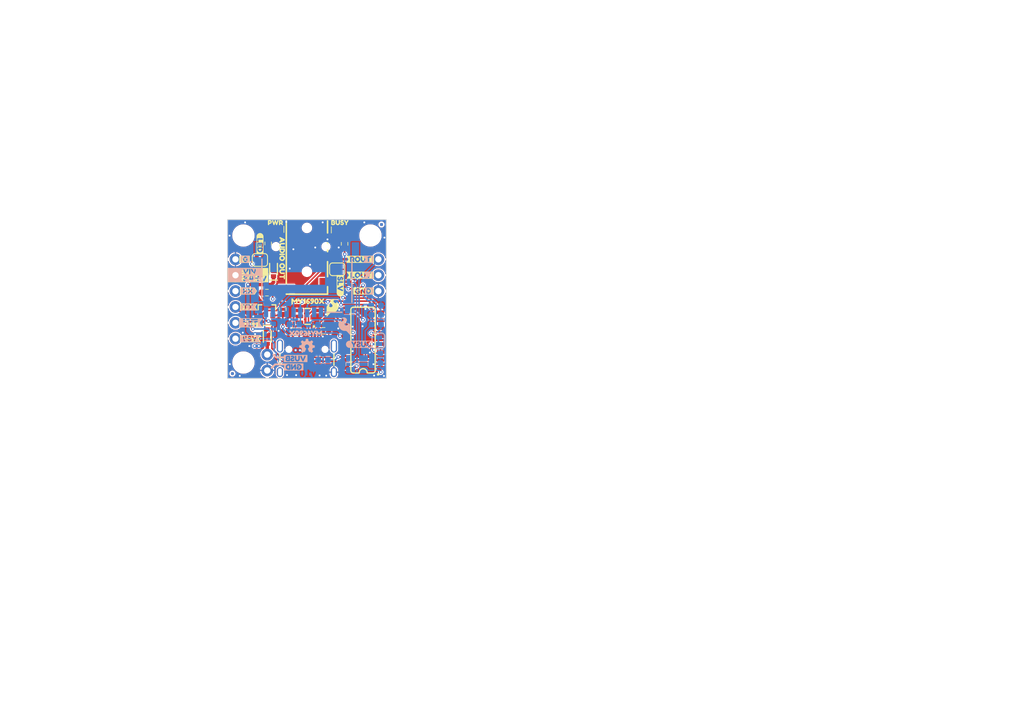
<source format=kicad_pcb>
(kicad_pcb (version 20240108) (generator "pcbnew") (generator_version "8.0")
  (title_block (title "SparkFun Audio Player Breakout MY1609X-16S") (date "2025-02-18") (rev "v10") (comment 1 "Based on the MP3 Trigger Shield R3 by N. Seidle") (comment 2 "Designed by: P. Lewis"))
  (layers (0 "F.Cu" signal) (1 "In1.Cu" mixed) (2 "In2.Cu" power) (31 "B.Cu" signal) (34 "B.Paste" user) (35 "F.Paste" user) (36 "B.SilkS" user "B.Silkscreen") (37 "F.SilkS" user "F.Silkscreen") (38 "B.Mask" user) (39 "F.Mask" user) (44 "Edge.Cuts" user))
  (net 0 "")
  (net 1 "GND")
  (net 2 "3.3V_P")
  (net 3 "MY_RX")
  (net 4 "BUSY")
  (net 5 "MY_TX")
  (net 6 "~{SD_DET}")
  (net 7 "Net-(JP3-B)")
  (net 8 "VIN")
  (net 9 "Net-(D6-I{slash}O2)")
  (net 10 "Net-(D6-I{slash}O1)")
  (net 11 "Net-(U2-VPN)")
  (net 12 "Net-(U2-VCOM)")
  (net 13 "Net-(D4-A)")
  (net 14 "DAC_L")
  (net 15 "DAC_R")
  (net 17 "Net-(J4-CC1)")
  (net 21 "Net-(J4-CC2)")
  (net 23 "SD_CMD")
  (net 24 "SD_CLK")
  (net 25 "SD_DAT")
  (net 29 "Net-(JP2-A)")
  (net 30 "MY_RX_LV")
  (net 31 "Net-(D1-A)")
  (net 32 "Net-(JP1-A)")
  (net 33 "Net-(D2-K)")
  (net 34 "VUSB")
  (net 35 "VCC")
  (net 36 "Net-(U2-DACR)")
  (net 37 "Net-(U2-DACL)")
  (footprint "SparkFun-Aesthetic:Fiducial_0.5mm_Mask1mm" (layer "F.Cu") (at 135.398 116.073 90)
    (property "Reference" "FID3")
    (property "Value" "Fiducial_0.5mm")
  )
  (footprint "kibuzzard-67B391D1" (layer "F.Cu") (at 138.011 105.41)
    (property "Reference" "kibuzzard-67B391D1" (hide yes))
    (property "Value" "G***" (hide yes))
  )
  (footprint "kibuzzard-6792CF7B" (layer "F.Cu") (at 139.813 95.266 -90)
    (property "Reference" "kibuzzard-6792CF7B" (hide yes))
    (property "Value" "G***" (hide yes))
  )
  (footprint "SparkFun-Hardware:Standoff" (layer "F.Cu") (at 137.16 93.98)
    (property "Reference" "ST2")
    (property "Value" "Standoff")
  )
  (footprint "SparkFun-Hardware:Standoff" (layer "F.Cu") (at 157.48 93.98)
    (property "Reference" "ST1")
    (property "Value" "Standoff")
  )
  (footprint "SparkFun-Semiconductor-Standard:SOT23-6" (layer "F.Cu") (at 147.424 106.921 180)
    (property "Reference" "D6")
    (property "Value" "DT1042-04SO")
  )
  (footprint "kibuzzard-67B39267" (layer "F.Cu") (at 156.381 102.87)
    (property "Reference" "kibuzzard-67B39267" (hide yes))
    (property "Value" "G***" (hide yes))
  )
  (footprint "kibuzzard-67B39251" (layer "F.Cu") (at 155.845 100.33)
    (property "Reference" "kibuzzard-67B39251" (hide yes))
    (property "Value" "G***" (hide yes))
  )
  (footprint "SparkFun-Connector:1x06" (layer "F.Cu") (at 135.89 97.79 -90)
    (property "Reference" "J5")
    (property "Value" "Conn_01x06")
  )
  (footprint "kibuzzard-67B388A6" (layer "F.Cu") (at 137.334 97.79)
    (property "Reference" "kibuzzard-67B388A6" (hide yes))
    (property "Value" "G***" (hide yes))
  )
  (footprint "SparkFun-Jumper:Jumper_2_NC_Trace" (layer "F.Cu") (at 152.1683 99.388 180)
    (property "Reference" "JP3")
    (property "Value" "SLV")
  )
  (footprint "SparkFun-Resistor:R_0603_1608Metric" (layer "F.Cu") (at 143.468 105.772 90)
    (property "Reference" "R1")
    (property "Value" "2.2k")
  )
  (footprint "SparkFun-Semiconductor-Standard:SO-16" (layer "F.Cu") (at 156.295 110.715 180)
    (property "Reference" "U2")
    (property "Value" "MY1690X-16S")
  )
  (footprint "kibuzzard-679417DC" (layer "F.Cu") (at 143.355 97.597 -90)
    (property "Reference" "kibuzzard-679417DC" (hide yes))
    (property "Value" "G***" (hide yes))
  )
  (footprint "kibuzzard-67B391E8" (layer "F.Cu") (at 138.35 107.95)
    (property "Reference" "kibuzzard-67B391E8" (hide yes))
    (property "Value" "G***" (hide yes))
  )
  (footprint "kibuzzard-6792C5D2" (layer "F.Cu") (at 152.595 91.916)
    (property "Reference" "kibuzzard-6792C5D2" (hide yes))
    (property "Value" "G***" (hide yes))
  )
  (footprint "SparkFun-Connector:1x02" (layer "F.Cu") (at 140.97 113.03 -90)
    (property "Reference" "J3")
    (property "Value" "Conn_01x02")
  )
  (footprint "SparkFun-Aesthetic:Fiducial_0.5mm_Mask1mm" (layer "F.Cu") (at 159.247 92.223 90)
    (property "Reference" "FID4")
    (property "Value" "Fiducial_0.5mm")
  )
  (footprint "SparkFun-Connector:Audio_Jack_3.5mm_TRRS_SMD_RA" (layer "F.Cu") (at 147.32 96.266 -90)
    (property "Reference" "J1")
    (property "Value" "3.5mm TRRS")
  )
  (footprint "kibuzzard-6792C7DD" (layer "F.Cu") (at 147.466 104.489)
    (property "Reference" "kibuzzard-6792C7DD" (hide yes))
    (property "Value" "G***" (hide yes))
  )
  (footprint "SparkFun-Hardware:Standoff" (layer "F.Cu") (at 137.16 114.3)
    (property "Reference" "ST3")
    (property "Value" "Standoff")
  )
  (footprint "kibuzzard-67B38923" (layer "F.Cu") (at 137.966 102.87)
    (property "Reference" "kibuzzard-67B38923" (hide yes))
    (property "Value" "G***" (hide yes))
  )
  (footprint "SparkFun-Semiconductor-Standard:SOD-323" (layer "F.Cu") (at 140.971 110.141 -90)
    (property "Reference" "D3")
    (property "Value" "BAT60A")
  )
  (footprint "kibuzzard-6792C5B0" (layer "F.Cu") (at 142.28 91.923)
    (property "Reference" "kibuzzard-6792C5B0" (hide yes))
    (property "Value" "G***" (hide yes))
  )
  (footprint "SparkFun-Resistor:R_0603_1608Metric" (layer "F.Cu") (at 153.343 95.309 -90)
    (property "Reference" "R5")
    (property "Value" "1k")
  )
  (footprint "SparkFun-Resistor:R_0603_1608Metric" (layer "F.Cu") (at 149.981 109.228)
    (property "Reference" "R2")
    (property "Value" "5.1k")
  )
  (footprint "SparkFun-Connector:1x03" (layer "F.Cu") (at 158.75 97.79 -90)
    (property "Reference" "J2")
    (property "Value" "Conn_01x03")
  )
  (footprint "SparkFun-Resistor:R_0603_1608Metric" (layer "F.Cu") (at 141.113 95.251 -90)
    (property "Reference" "R9")
    (property "Value" "4.7k")
  )
  (footprint "kibuzzard-67B39233" (layer "F.Cu") (at 155.81 97.79)
    (property "Reference" "kibuzzard-67B39233" (hide yes))
    (property "Value" "G***" (hide yes))
  )
  (footprint "SparkFun-Semiconductor-Standard:SOT23-3" (layer "F.Cu") (at 140.919 105.771 90)
    (property "Reference" "Q1")
    (property "Value" "BSS138")
  )
  (footprint "SparkFun-LED:LED_0603_1608Metric_Green" (layer "F.Cu") (at 152.62 93.082)
    (property "Reference" "D1")
    (property "Value" "Green")
  )
  (footprint "kibuzzard-6792CF8E" (layer "F.Cu") (at 152.652 102.014 -90)
    (property "Reference" "kibuzzard-6792CF8E" (hide yes))
    (property "Value" "G***" (hide yes))
  )
  (footprint "kibuzzard-67AD02A2" (layer "F.Cu") (at 138.98 100.884)
    (property "Reference" "kibuzzard-67AD02A2" (hide yes))
    (property "Value" "G***" (hide yes))
  )
  (footprint "SparkFun-Resistor:R_0603_1608Metric" (layer "F.Cu") (at 140.919 103.115)
    (property "Reference" "R4")
    (property "Value" "2.2k")
  )
  (footprint "SparkFun-Semiconductor-Standard:SOD-323" (layer "F.Cu") (at 141.976 99.345 90)
    (property "Reference" "D2")
    (property "Value" "BAT60A")
  )
  (footprint "kibuzzard-67AD02AA" (layer "F.Cu") (at 138.269 99.744)
    (property "Reference" "kibuzzard-67AD02AA" (hide yes))
    (property "Value" "G***" (hide yes))
  )
  (footprint "kibuzzard-67B3920A" (layer "F.Cu") (at 138.294 110.49)
    (property "Reference" "kibuzzard-67B3920A" (hide yes))
    (property "Value" "G***" (hide yes))
  )
  (footprint "SparkFun-Aesthetic:SparkFun_Flame_3mm" (layer "F.Cu") (at 151.432 105.59)
    (property "Reference" "G***" (hide yes))
    (property "Value" "Flame" (hide yes))
  )
  (footprint "SparkFun-LED:LED_0603_1608Metric_Red" (layer "F.Cu") (at 142.235 92.998 180)
    (property "Reference" "D4")
    (property "Value" "Red")
  )
  (footprint "SparkFun-Aesthetic:Creative_Commons_License" (layer "F.Cu") (at 216.066 167.97)
    (property "Reference" "G1" (hide yes))
    (property "Value" "OSHW_Logo" (hide yes))
  )
  (footprint "SparkFun-Resistor:R_0603_1608Metric" (layer "F.Cu") (at 145.194 109.28)
    (property "Reference" "R3")
    (property "Value" "5.1k")
  )
  (footprint "SparkFun-Connector:USB-C_16" (layer "F.Cu") (at 147.32 110.744)
    (property "Reference" "J4")
    (property "Value" "USB_C_Receptacle")
  )
  (footprint "SparkFun-Jumper:Jumper_2_NC_Trace" (layer "F.Cu") (at 139.795 97.896 180)
    (property "Reference" "JP2")
    (property "Value" "PWR")
  )
  (footprint "SparkFun-Capacitor:C_0603_1608Metric" (layer "B.Cu") (at 140.426 110.526 90)
    (property "Reference" "L1")
    (property "Value" "470Ohm")
  )
  (footprint "kibuzzard-6792CB58" (layer "B.Cu") (at 157.12 97.796 180)
    (property "Reference" "kibuzzard-6792CB58" (hide yes))
    (property "Value" "G***" (hide yes))
  )
  (footprint "kibuzzard-67AD03CF" (layer "B.Cu") (at 138.306 100.841 180)
    (property "Reference" "kibuzzard-67AD03CF" (hide yes))
    (property "Value" "G***" (hide yes))
  )
  (footprint "SparkFun-Capacitor:C_0603_1608Metric" (layer "B.Cu") (at 159.157 107.456 90)
    (property "Reference" "C8")
    (property "Value" "1.0uF")
  )
  (footprint "kibuzzard-67B394D8" (layer "B.Cu") (at 138.355 107.95 180)
    (property "Reference" "kibuzzard-67B394D8" (hide yes))
    (property "Value" "G***" (hide yes))
  )
  (footprint "SparkFun-Jumper:Jumper_2_NC_Trace" (layer "B.Cu") (at 158.746 110.812 -90)
    (property "Reference" "JP1")
    (property "Value" "BUSY")
  )
  (footprint "kibuzzard-6792CAD9" (layer "B.Cu") (at 145.202 115.011 180)
    (property "Reference" "kibuzzard-6792CAD9" (hide yes))
    (property "Value" "G***" (hide yes))
  )
  (footprint "SparkFun-Capacitor:C_0603_1608Metric" (layer "B.Cu") (at 158.383 105.193)
    (property "Reference" "C7")
    (property "Value" "2.2uF")
  )
  (footprint "kibuzzard-6792CB45" (layer "B.Cu") (at 157.175 100.347 180)
    (property "Reference" "kibuzzard-6792CB45" (hide yes))
    (property "Value" "G***" (hide yes))
  )
  (footprint "SparkFun-Capacitor:C_0805_2012Metric" (layer "B.Cu") (at 156.362 114.586 90)
    (property "Reference" "C4")
    (property "Value" "47uF")
  )
  (footprint "SparkFun-Aesthetic:Fiducial_0.5mm_Mask1mm" (layer "B.Cu") (at 135.398 116.073 -90)
    (property "Reference" "FID2")
    (property "Value" "Fiducial_0.5mm")
  )
  (footprint "SparkFun-Aesthetic:Fiducial_0.5mm_Mask1mm" (layer "B.Cu") (at 159.247 92.223 -90)
    (property "Reference" "FID1")
    (property "Value" "Fiducial_0.5mm")
  )
  (footprint "SparkFun-Capacitor:C_0603_1608Metric" (layer "B.Cu") (at 157.642 107.456 90)
    (property "Reference" "C9")
    (property "Value" "0.1uF")
  )
  (footprint "SparkFun-Capacitor:C_0805_2012Metric" (layer "B.Cu") (at 154.287 114.586 90)
    (property "Reference" "C5")
    (property "Value" "47uF")
  )
  (footprint "kibuzzard-6792CCE2" (layer "B.Cu") (at 137.966 102.851 180)
    (property "Reference" "kibuzzard-6792CCE2" (hide yes))
    (property "Value" "G***" (hide yes))
  )
  (footprint "kibuzzard-6792CF5F" (layer "B.Cu") (at 155.684 111.387 180)
    (property "Reference" "kibuzzard-6792CF5F" (hide yes))
    (property "Value" "G***" (hide yes))
  )
  (footprint "kibuzzard-6792CD0E" (layer "B.Cu") (at 138.229 110.474 180)
    (property "Reference" "kibuzzard-6792CD0E" (hide yes))
    (property "Value" "G***" (hide yes))
  )
  (footprint "SparkFun-Aesthetic:OSHW_Logo_2.5mm" (layer "B.Cu") (at 147.32 111.76 180)
    (property "Reference" "Ref**" (hide yes))
    (property "Value" "Val**" (hide yes))
  )
  (footprint "kibuzzard-6792C7DD" (layer "B.Cu") (at 147.121 109.626747 180)
    (property "Reference" "kibuzzard-6792C7DD" (hide yes))
    (property "Value" "G***" (hide yes))
  )
  (footprint "SparkFun-Capacitor:C_0603_1608Metric" (layer "B.Cu") (at 159.064 113.611 -90)
    (property "Reference" "C6")
    (property "Value" "10uF")
  )
  (footprint "SparkFun-Connector:microSD_External_Pin" (layer "B.Cu") (at 147.32 95.758)
    (property "Reference" "J6")
    (property "Value" "microSD")
  )
  (footprint "SparkFun-Resistor:R_0603_1608Metric" (layer "B.Cu") (at 141.918 108.946 -90)
    (property "Reference" "R6")
    (property "Value" "100k")
  )
  (footprint "kibuzzard-6798FF71" (layer "B.Cu") (at 138.021 105.417 180)
    (property "Reference" "kibuzzard-6798FF71" (hide yes))
    (property "Value" "G***" (hide yes))
  )
  (footprint "kibuzzard-6792C876" (layer "B.Cu") (at 137.391 97.788 180)
    (property "Reference" "kibuzzard-6792C876" (hide yes))
    (property "Value" "G***" (hide yes))
  )
  (footprint "kibuzzard-6792C876" (layer "B.Cu") (at 157.256 102.847 180)
    (property "Reference" "kibuzzard-6792C876" (hide yes))
    (property "Value" "G***" (hide yes))
  )
  (footprint "SparkFun-Aesthetic:SparkFun_Flame_3mm" (layer "B.Cu") (at 153.332 108.536 180)
    (property "Reference" "G***" (hide yes))
    (property "Value" "Flame" (hide yes))
  )
  (footprint "SparkFun-Capacitor:C_0603_1608Metric" (layer "B.Cu") (at 149.895 113.91 180)
    (property "Reference" "C1")
    (property "Value" "2.2uF")
  )
  (footprint "kibuzzard-67AD03ED" (layer "B.Cu") (at 138.07 99.724 180)
    (property "Reference" "kibuzzard-67AD03ED" (hide yes))
    (property "Value" "G***" (hide yes))
  )
  (footprint "kibuzzard-6792CAB7" (layer "B.Cu") (at 145.512 113.659 180)
    (property "Reference" "kibuzzard-6792CAB7" (hide yes))
    (property "Value" "G***" (hide yes))
  )
  (footprint "SparkFun-Capacitor:C_0603_1608Metric" (layer "B.Cu") (at 145.293 108.213 180)
    (property "Reference" "C3")
    (property "Value" "0.1uF")
  )
  (footprint "SparkFun-Capacitor:C_0603_1608Metric" (layer "B.Cu") (at 148.332 108.239)
    (property "Reference" "C2")
    (property "Value" "10uF")
  )
  (gr_line (start 143.678 114.598) (end 142.276 114.598) (stroke (width 0.3048)) (layer "B.SilkS"))
  (gr_poly (pts (xy 134.652786 99.231) (xy 136.707 99.231) (xy 136.698085 101.343095) (xy 134.641321 101.343597)) (stroke (width 0.15)) (fill solid) (layer "B.SilkS"))
  (gr_line (start 143.7305 113.476) (end 142.43 113.476) (stroke (width 0.3048)) (layer "B.SilkS"))
  (gr_poly (pts (xy 139.994305 99.155403) (xy 139.469438 99.155403) (xy 139.457 99.167841) (xy 139.457 100.282678) (xy 139.464919 100.290597) (xy 139.994305 100.290597)) (fill solid) (layer "B.SilkS"))
  (gr_line (start 142.232602 114.601398) (end 141.679 115.155) (stroke (width 0.3048)) (layer "B.SilkS"))
  (gr_line (start 141.953 113.054) (end 142.329 113.43) (stroke (width 0.3048)) (layer "B.SilkS"))
  (gr_poly (pts (xy 139.582133 99.173403) (xy 141.130908 99.173403) (xy 141.135427 100.308597) (xy 139.582133 100.308597)) (fill solid) (layer "F.SilkS"))
  (gr_poly (pts (xy 136.841003 99.248403) (xy 134.646 99.248403) (xy 134.655021 101.385475) (xy 136.852604 101.386011)) (stroke (width 0.15)) (fill solid) (layer "F.SilkS"))
  (gr_line (start 134.62 91.44) (end 134.62 116.84) (stroke (width 0.1)) (layer "Edge.Cuts"))
  (gr_line (start 160.02 91.44) (end 134.62 91.44) (stroke (width 0.1)) (layer "Edge.Cuts"))
  (gr_line (start 134.62 116.84) (end 160.02 116.84) (stroke (width 0.1)) (layer "Edge.Cuts"))
  (gr_line (start 160.02 116.84) (end 160.02 91.44) (stroke (width 0.1)) (layer "Edge.Cuts"))
  (gr_text "v10" (at 147.431 116.076 0) (layer "B.Cu" knockout) (effects (font (size 1 1) (thickness 0.25) (bold yes)) (justify mirror)))
  (via (at 134.985 114.564) (size 0.56) (drill 0.3) (layers "F.Cu" "B.Cu") (net 1))
  (via (at 138.104 111.666) (size 0.56) (drill 0.3) (layers "F.Cu" "B.Cu") (net 1))
  (via (at 159.644 116.447) (size 0.56) (drill 0.3) (layers "F.Cu" "B.Cu") (net 1))
  (via (at 147.818709 98.656801) (size 0.56) (drill 0.3) (layers "F.Cu" "B.Cu") (net 1))
  (via (at 144.135 116.309) (size 0.56) (drill 0.3) (layers "F.Cu" "B.Cu") (net 1))
  (via (at 157.381 112.709) (size 0.56) (drill 0.3) (layers "F.Cu" "B.Cu") (net 1))
  (via (at 157.965 114.571) (size 0.56) (drill 0.3) (layers "F.Cu" "B.Cu") (net 1))
  (via (at 144.565 99.277) (size 0.56) (drill 0.3) (layers "F.Cu" "B.Cu") (net 1))
  (via (at 149.861 110.142) (size 0.56) (drill 0.3) (layers "F.Cu" "B.Cu") (net 1))
  (via (at 136.572 116.437) (size 0.56) (drill 0.3) (layers "F.Cu" "B.Cu") (net 1))
  (via (at 152.329 108.856) (size 0.56) (drill 0.3) (layers "F.Cu" "B.Cu") (net 1))
  (via (at 144.552 107.406) (size 0.56) (drill 0.3) (layers "F.Cu" "B.Cu") (net 1))
  (via (at 149.837 91.879) (size 0.56) (drill 0.3) (layers "F.Cu" "B.Cu") (net 1))
  (via (at 150.408 116.399) (size 0.56) (drill 0.3) (layers "F.Cu" "B.Cu") (net 1))
  (via (at 137.428 91.875) (size 0.56) (drill 0.3) (layers "F.Cu" "B.Cu") (net 1))
  (via (at 150.61 94.605) (size 0.56) (drill 0.3) (layers "F.Cu" "B.Cu") (net 1))
  (via (at 154.644 110.344) (size 0.56) (drill 0.3) (layers "F.Cu" "B.Cu") (net 1))
  (via (at 145.153 96.182) (size 0.56) (drill 0.3) (layers "F.Cu" "B.Cu") (net 1))
  (via (at 153.671 103.4336) (size 0.56) (drill 0.3) (layers "F.Cu" "B.Cu") (net 1))
  (via (at 148.65 95.9) (size 0.56) (drill 0.3) (layers "F.Cu" "B.Cu") (net 1))
  (via (at 156.503148 91.882038) (size 0.56) (drill 0.3) (layers "F.Cu" "B.Cu") (net 1))
  (via (at 154.631 108.567) (size 0.56) (drill 0.3) (layers "F.Cu" "B.Cu") (net 1))
  (via (at 156.216 108.488) (size 0.56) (drill 0.3) (layers "F.Cu" "B.Cu") (net 1))
  (via (at 152.472731 105.876941) (size 0.56) (drill 0.3) (layers "F.Cu" "B.Cu") (net 1))
  (via (at 145.59 116.322) (size 0.56) (drill 0.3) (layers "F.Cu" "B.Cu") (net 1))
  (via (at 142.789 109.241) (size 0.56) (drill 0.3) (layers "F.Cu" "B.Cu") (net 1))
  (via (at 158.072 116.387) (size 0.56) (drill 0.3) (layers "F.Cu" "B.Cu") (net 1))
  (via (at 137.06 109.521) (size 0.56) (drill 0.3) (layers "F.Cu" "B.Cu") (net 1))
  (via (at 152.4 95.899) (size 0.56) (drill 0.3) (layers "F.Cu" "B.Cu") (net 1))
  (via (at 138.74 106.92) (size 0.56) (drill 0.3) (layers "F.Cu" "B.Cu") (net 1))
  (via (at 134.946 94.003) (size 0.56) (drill 0.3) (layers "F.Cu" "B.Cu") (net 1))
  (via (at 150.352402 106.586) (size 0.56) (drill 0.3) (layers "F.Cu" "B.Cu") (net 1))
  (via (at 154.627 112.48) (size 0.56) (drill 0.3) (layers "F.Cu" "B.Cu") (net 1))
  (via (at 144.0109 91.802745) (size 0.56) (drill 0.3) (layers "F.Cu" "B.Cu") (net 1))
  (via (at 149.343 116.373) (size 0.56) (drill 0.3) (layers "F.Cu" "B.Cu") (net 1))
  (via (at 159.718664 94.317318) (size 0.56) (drill 0.3) (layers "F.Cu" "B.Cu") (net 1))
  (via (at 156.685 105.739) (size 0.56) (drill 0.3) (layers "F.Cu" "B.Cu") (net 1))
  (segment (start 144.887 104.65) (end 146.513 104.65) (width 0.254) (layer "F.Cu") (net 2))
  (segment (start 142.441 105.974) (end 140.766 105.974) (width 0.254) (layer "F.Cu") (net 2))
  (segment (start 158.0906 110.08) (end 159.095 110.08) (width 0.254) (layer "F.Cu") (net 2))
  (segment (start 141.173 107.675) (end 140.873 107.675) (width 0.254) (layer "F.Cu") (net 2))
  (segment (start 143.468 104.947) (end 144.59 104.947) (width 0.254) (layer "F.Cu") (net 2))
  (segment (start 140.873 107.675) (end 139.969 106.771) (width 0.254) (layer "F.Cu") (net 2))
  (segment (start 144.59 104.947) (end 144.887 104.65) (width 0.254) (layer "F.Cu") (net 2))
  (segment (start 143.468 104.947) (end 142.441 105.974) (width 0.254) (layer "F.Cu") (net 2))
  (segment (start 140.766 105.974) (end 139.969 106.771) (width 0.254) (layer "F.Cu") (net 2))
  (segment (start 157.629856 109.619256) (end 158.0906 110.08) (width 0.254) (layer "F.Cu") (net 2))
  (via (at 154.69 109.4985) (size 0.56) (drill 0.3) (layers "F.Cu" "B.Cu") (net 2))
  (via (at 141.173 107.675) (size 0.56) (drill 0.3) (layers "F.Cu" "B.Cu") (net 2))
  (via (at 157.629856 109.619256) (size 0.56) (drill 0.3) (layers "F.Cu" "B.Cu") (net 2))
  (via (at 146.513 104.65) (size 0.56) (drill 0.3) (layers "F.Cu" "B.Cu") (net 2))
  (segment (start 157.629856 109.619256) (end 157.662112 109.587) (width 0.254) (layer "B.Cu") (net 2))
  (segment (start 146.27 108.011) (end 146.27 106.258) (width 0.254) (layer "B.Cu") (net 2))
  (segment (start 154.69 109.4985) (end 152.6595 107.468) (width 0.254) (layer "B.Cu") (net 2))
  (segment (start 148.328 107.468) (end 147.557 108.239) (width 0.254) (layer "B.Cu") (net 2))
  (segment (start 152.6595 107.468) (end 148.328 107.468) (width 0.254) (layer "B.Cu") (net 2))
  (segment (start 157.662112 109.587) (end 158.466 109.587) (width 0.254) (layer "B.Cu") (net 2))
  (segment (start 146.27 104.893) (end 146.27 106.258) (width 0.254) (layer "B.Cu") (net 2))
  (segment (start 141.472 107.675) (end 141.918 108.121) (width 0.254) (layer "B.Cu") (net 2))
  (segment (start 141.173 107.675) (end 141.472 107.675) (width 0.254) (layer "B.Cu") (net 2))
  (segment (start 146.068 108.213) (end 146.27 108.011) (width 0.254) (layer "B.Cu") (net 2))
  (segment (start 146.513 104.65) (end 146.27 104.893) (width 0.254) (layer "B.Cu") (net 2))
  (segment (start 147.557 108.239) (end 146.094 108.239) (width 0.254) (layer "B.Cu") (net 2))
  (segment (start 158.466 109.587) (end 159.161 108.892) (width 0.254) (layer "B.Cu") (net 2))
  (segment (start 146.094 108.239) (end 146.068 108.213) (width 0.254) (layer "B.Cu") (net 2))
  (segment (start 159.161 108.892) (end 159.161 108.188) (width 0.254) (layer "B.Cu") (net 2))
  (segment (start 138.807 102.87) (end 139.052 103.115) (width 0.254) (layer "F.Cu") (net 3))
  (segment (start 140.919 104.671) (end 140.094 103.846) (width 0.254) (layer "F.Cu") (net 3))
  (segment (start 139.052 103.115) (end 140.094 103.115) (width 0.254) (layer "F.Cu") (net 3))
  (segment (start 135.89 102.87) (end 138.807 102.87) (width 0.254) (layer "F.Cu") (net 3))
  (segment (start 140.094 103.846) (end 140.094 103.115) (width 0.254) (layer "F.Cu") (net 3))
  (segment (start 156.681 113.89) (end 156.68 113.889) (width 0.254) (layer "F.Cu") (net 4))
  (segment (start 152.6156 114.4694) (end 154.5236 114.4694) (width 0.254) (layer "F.Cu") (net 4))
  (segment (start 157.703 111.357) (end 156.68 112.38) (width 0.254) (layer "F.Cu") (net 4))
  (segment (start 159.095 113.89) (end 156.681 113.89) (width 0.254) (layer "F.Cu") (net 4))
  (segment (start 156.68 112.38) (end 156.68 113.889) (width 0.254) (layer "F.Cu") (net 4))
  (segment (start 155.104 113.889) (end 156.68 113.889) (width 0.254) (layer "F.Cu") (net 4))
  (segment (start 154.5236 114.4694) (end 155.104 113.889) (width 0.254) (layer "F.Cu") (net 4))
  (segment (start 152.2672 114.121) (end 152.6156 114.4694) (width 0.254) (layer "F.Cu") (net 4))
  (segment (start 143.016 114.121) (end 152.2672 114.121) (width 0.254) (layer "F.Cu") (net 4))
  (via (at 157.703 111.357) (size 0.56) (drill 0.3) (layers "F.Cu" "B.Cu") (net 4))
  (via (at 143.016 114.121) (size 0.56) (drill 0.3) (layers "F.Cu" "B.Cu") (net 4))
  (segment (start 158.7217 111.357) (end 158.746 111.3327) (width 0.254) (layer "B.Cu") (net 4))
  (segment (start 142.068 112.397) (end 142.068 111.281436) (width 0.254) (layer "B.Cu") (net 4))
  (segment (start 141.276564 110.49) (end 135.89 110.49) (width 0.254) (layer "B.Cu") (net 4))
  (segment (start 142.444 113.523) (end 142.444 112.773) (width 0.254) (layer "B.Cu") (net 4))
  (segment (start 143.016 114.095) (end 142.444 113.523) (width 0.254) (layer "B.Cu") (net 4))
  (segment (start 142.068 111.281436) (end 141.276564 110.49) (width 0.254) (layer "B.Cu") (net 4))
  (segment (start 142.444 112.773) (end 142.068 112.397) (width 0.254) (layer "B.Cu") (net 4))
  (segment (start 143.016 114.121) (end 143.016 114.095) (width 0.254) (layer "B.Cu") (net 4))
  (segment (start 157.703 111.357) (end 158.7217 111.357) (width 0.254) (layer "B.Cu") (net 4))
  (segment (start 141.5968 108.328) (end 138.808 108.328) (width 0.254) (layer "F.Cu") (net 5))
  (segment (start 151.468 113.482) (end 143.167 113.482) (width 0.254) (layer "F.Cu") (net 5))
  (segment (start 152.503 112.447) (end 151.468 113.482) (width 0.254) (layer "F.Cu") (net 5))
  (segment (start 152.503 111.631) (end 152.503 112.447) (width 0.254) (layer "F.Cu") (net 5))
  (segment (start 153.495 111.35) (end 152.784 111.35) (width 0.254) (layer "F.Cu") (net 5))
  (segment (start 138.808 108.328) (end 135.89 105.41) (width 0.254) (layer "F.Cu") (net 5))
  (segment (start 143.167 113.482) (end 141.723 112.038) (width 0.254) (layer "F.Cu") (net 5))
  (segment (start 141.723 112.038) (end 141.723 108.4542) (width 0.254) (layer "F.Cu") (net 5))
  (segment (start 152.784 111.35) (end 152.503 111.631) (width 0.254) (layer "F.Cu") (net 5))
  (segment (start 141.723 108.4542) (end 141.5968 108.328) (width 0.254) (layer "F.Cu") (net 5))
  (segment (start 137.675 107.95) (end 135.89 107.95) (width 0.254) (layer "F.Cu") (net 6))
  (segment (start 138.66 108.935) (end 137.675 107.95) (width 0.254) (layer "F.Cu") (net 6))
  (via (at 138.66 108.935) (size 0.56) (drill 0.3) (layers "F.Cu" "B.Cu") (net 6))
  (segment (start 139.484 108.935) (end 138.66 108.935) (width 0.254) (layer "B.Cu") (net 6))
  (segment (start 140.77 107.262) (end 140.559 107.473) (width 0.254) (layer "B.Cu") (net 6))
  (segment (start 141.082 108.935) (end 139.484 108.935) (width 0.254) (layer "B.Cu") (net 6))
  (segment (start 140.559 107.473) (end 140.559 108.931) (width 0.254) (layer "B.Cu") (net 6))
  (segment (start 141.918 109.771) (end 141.082 108.935) (width 0.254) (layer "B.Cu") (net 6))
  (segment (start 140.77 106.258) (end 140.77 107.262) (width 0.254) (layer "B.Cu") (net 6))
  (segment (start 140.559 108.931) (end 140.563 108.935) (width 0.254) (layer "B.Cu") (net 6))
  (segment (start 140.77 106.855) (end 140.77 106.258) (width 0.254) (layer "B.Cu") (net 6))
  (segment (start 151.6476 99.388) (end 149.71 99.388) (width 0.254) (layer "F.Cu") (net 7))
  (segment (start 149.71 99.388) (end 146.632 102.466) (width 0.254) (layer "F.Cu") (net 7))
  (segment (start 146.632 102.466) (end 144.07 102.466) (width 0.254) (layer "F.Cu") (net 7))
  (segment (start 140.478 100.33) (end 141.976 98.832) (width 0.5588) (layer "F.Cu") (net 8))
  (segment (start 141.976 98.832) (end 141.976 98.195) (width 0.5588) (layer "F.Cu") (net 8))
  (segment (start 135.89 100.33) (end 140.478 100.33) (width 0.5588) (layer "F.Cu") (net 8))
  (segment (start 147.57 110.134) (end 147.57 108.65) (width 0.254) (layer "F.Cu") (net 9))
  (segment (start 147.57 106.6413) (end 148.2403 105.971) (width 0.254) (layer "F.Cu") (net 9))
  (segment (start 148.2403 105.971) (end 148.7241 105.971) (width 0.254) (layer "F.Cu") (net 9))
  (segment (start 150.962 105.971) (end 148.7241 105.971) (width 0.254) (layer "F.Cu") (net 9))
  (segment (start 147.57 110.134) (end 146.844399 110.134) (width 0.254) (layer "F.Cu") (net 9))
  (segment (start 146.629399 110.349) (end 146.629399 111.024601) (width 0.254) (layer "F.Cu") (net 9))
  (segment (start 147.57 111.084) (end 147.57 110.134) (width 0.254) (layer "F.Cu") (net 9))
  (segment (start 146.844399 110.134) (end 146.629399 110.349) (width 0.254) (layer "F.Cu") (net 9))
  (segment (start 147.57 108.65) (end 147.57 106.6413) (width 0.254) (layer "F.Cu") (net 9))
  (segment (start 146.629399 111.024601) (end 146.57 111.084) (width 0.254) (layer "F.Cu") (net 9))
  (segment (start 153.495 107.54) (end 152.531 107.54) (width 0.254) (layer "F.Cu") (net 9))
  (segment (start 152.531 107.54) (end 150.962 105.971) (width 0.254) (layer "F.Cu") (net 9))
  (segment (start 148.457 107.871) (end 148.7241 107.871) (width 0.254) (layer "F.Cu") (net 10))
  (segment (start 148.07 111.733) (end 147.869 111.934) (width 0.254) (layer "F.Cu") (net 10))
  (segment (start 147.224 111.934) (end 147.07 111.78) (width 0.254) (layer "F.Cu") (net 10))
  (segment (start 147.07 111.78) (end 147.07 111.084) (width 0.254) (layer "F.Cu") (net 10))
  (segment (start 148.07 108.258) (end 148.457 107.871) (width 0.254) (layer "F.Cu") (net 10))
  (segment (start 153.495 108.81) (end 153.218 108.81) (width 0.254) (layer "F.Cu") (net 10))
  (segment (start 150.112335 107.191) (end 149.432335 107.871) (width 0.254) (layer "F.Cu") (net 10))
  (segment (start 151.599 107.191) (end 150.112335 107.191) (width 0.254) (layer "F.Cu") (net 10))
  (segment (start 153.218 108.81) (end 151.599 107.191) (width 0.254) (layer "F.Cu") (net 10))
  (segment (start 148.07 111.084) (end 148.07 108.258) (width 0.254) (layer "F.Cu") (net 10))
  (segment (start 148.07 111.084) (end 148.07 111.733) (width 0.254) (layer "F.Cu") (net 10))
  (segment (start 149.432335 107.871) (end 148.7241 107.871) (width 0.254) (layer "F.Cu") (net 10))
  (segment (start 147.869 111.934) (end 147.224 111.934) (width 0.254) (layer "F.Cu") (net 10))
  (segment (start 153.3062 113.89) (end 153.495 113.89) (width 0.254) (layer "F.Cu") (net 11))
  (segment (start 152.343178 113.408754) (end 152.824954 113.408754) (width 0.254) (layer "F.Cu") (net 11))
  (segment (start 152.824954 113.408754) (end 153.3062 113.89) (width 0.254) (layer "F.Cu") (net 11))
  (via (at 152.343178 113.408754) (size 0.56) (drill 0.3) (layers "F.Cu" "B.Cu") (net 11))
  (segment (start 150.67 113.91) (end 151.841932 113.91) (width 0.254) (layer "B.Cu") (net 11))
  (segment (start 151.841932 113.91) (end 152.343178 113.408754) (width 0.254) (layer "B.Cu") (net 11))
  (segment (start 155.0958 106.27) (end 153.495 106.27) (width 0.254) (layer "F.Cu") (net 12))
  (segment (start 156.2898 107.464) (end 155.0958 106.27) (width 0.254) (layer "F.Cu") (net 12))
  (via (at 156.2898 107.464) (size 0.56) (drill 0.3) (layers "F.Cu" "B.Cu") (net 12))
  (segment (start 156.461 105.04) (end 157.542 105.04) (width 0.254) (layer "B.Cu") (net 12))
  (segment (start 156.2898 107.464) (end 156.1 107.2742) (width 0.254) (layer "B.Cu") (net 12))
  (segment (start 156.1 105.401) (end 156.461 105.04) (width 0.254) (layer "B.Cu") (net 12))
  (segment (start 156.1 107.2742) (end 156.1 105.401) (width 0.254) (layer "B.Cu") (net 12))
  (segment (start 141.113 93.3325) (end 141.4475 92.998) (width 0.254) (layer "F.Cu") (net 13))
  (segment (start 141.113 94.426) (end 141.113 93.3325) (width 0.254) (layer "F.Cu") (net 13))
  (segment (start 154.664 101.267) (end 154.565 101.366) (width 0.4064) (layer "F.Cu") (net 14))
  (segment (start 154.565 101.366) (end 150.57 101.366) (width 0.4064) (layer "F.Cu") (net 14))
  (segment (start 154.664 101.267) (end 155.601 100.33) (width 0.4064) (layer "F.Cu") (net 14))
  (segment (start 155.601 100.33) (end 158.75 100.33) (width 0.4064) (layer "F.Cu") (net 14))
  (via (at 154.664 101.267) (size 0.56) (drill 0.3) (layers "F.Cu" "B.Cu") (net 14))
  (segment (start 155.2494 112.9396) (end 154.553 113.636) (width 0.254) (layer "B.Cu") (net 14))
  (segment (start 155.2494 101.8524) (end 155.2494 112.9396) (width 0.254) (layer "B.Cu") (net 14))
  (segment (start 154.553 113.636) (end 154.287 113.636) (width 0.254) (layer "B.Cu") (net 14))
  (segment (start 154.664 101.267) (end 155.2494 101.8524) (width 0.254) (layer "B.Cu") (net 14))
  (segment (start 150.994 97.79) (end 158.75 97.79) (width 0.4064) (layer "F.Cu") (net 15))
  (segment (start 150.57 97.366) (end 150.994 97.79) (width 0.4064) (layer "F.Cu") (net 15))
  (segment (start 158.75 97.79) (end 158.75 97.913) (width 0.254) (layer "B.Cu") (net 15))
  (segment (start 155.6558 113.1388) (end 156.153 113.636) (width 0.254) (layer "B.Cu") (net 15))
  (segment (start 155.6558 101.0072) (end 155.6558 113.1388) (width 0.254) (layer "B.Cu") (net 15))
  (segment (start 156.153 113.636) (end 156.362 113.636) (width 0.254) (layer "B.Cu") (net 15))
  (segment (start 158.75 97.913) (end 155.6558 101.0072) (width 0.254) (layer "B.Cu") (net 15))
  (segment (start 146.07 111.084) (end 146.07 109.331) (width 0.254) (layer "F.Cu") (net 17))
  (segment (start 146.07 109.331) (end 146.019 109.28) (width 0.254) (layer "F.Cu") (net 17))
  (segment (start 149.07 111.084) (end 149.07 109.314) (width 0.254) (layer "F.Cu") (net 21))
  (segment (start 149.07 109.314) (end 149.156 109.228) (width 0.254) (layer "F.Cu") (net 21))
  (segment (start 158.2156 106.8494) (end 158.9062 107.54) (width 0.254) (layer "F.Cu") (net 23))
  (segment (start 158.2156 105.4866) (end 158.2156 106.8494) (width 0.254) (layer "F.Cu") (net 23))
  (segment (start 157.2074 104.4784) (end 158.2156 105.4866) (width 0.254) (layer "F.Cu") (net 23))
  (segment (start 150.67 104.594) (end 150.7856 104.4784) (width 0.254) (layer "F.Cu") (net 23))
  (segment (start 150.7856 104.4784) (end 157.2074 104.4784) (width 0.254) (layer "F.Cu") (net 23))
  (segment (start 158.9062 107.54) (end 159.095 107.54) (width 0.254) (layer "F.Cu") (net 23))
  (via (at 150.67 104.594) (size 0.56) (drill 0.3) (layers "F.Cu" "B.Cu") (net 23))
  (segment (start 148.002 104.511) (end 147.37 105.143) (width 0.254) (layer "B.Cu") (net 23))
  (segment (start 147.37 105.143) (end 147.37 106.258) (width 0.254) (layer "B.Cu") (net 23))
  (segment (start 150.67 104.594) (end 150.587 104.511) (width 0.254) (layer "B.Cu") (net 23))
  (segment (start 150.587 104.511) (end 148.002 104.511) (width 0.254) (layer "B.Cu") (net 23))
  (segment (start 152.812 105.037) (end 156.917 105.037) (width 0.254) (layer "F.Cu") (net 24))
  (segment (start 158.9062 108.81) (end 159.095 108.81) (width 0.254) (layer "F.Cu") (net 24))
  (segment (start 157.8092 107.713) (end 158.9062 108.81) (width 0.254) (layer "F.Cu") (net 24))
  (segment (start 152.774 105.075) (end 152.812 105.037) (width 0.254) (layer "F.Cu") (net 24))
  (segment (start 156.917 105.037) (end 157.8092 105.9292) (width 0.254) (layer "F.Cu") (net 24))
  (segment (start 157.8092 105.9292) (end 157.8092 107.713) (width 0.254) (layer "F.Cu") (net 24))
  (via (at 152.774 105.075) (size 0.56) (drill 0.3) (layers "F.Cu" "B.Cu") (net 24))
  (segment (start 152.774 104.438) (end 152.324 103.988) (width 0.254) (layer "B.Cu") (net 24))
  (segment (start 145.17 104.708) (end 145.17 106.258) (width 0.254) (layer "B.Cu") (net 24))
  (segment (start 152.324 103.988) (end 145.89 103.988) (width 0.254) (layer "B.Cu") (net 24))
  (segment (start 145.89 103.988) (end 145.17 104.708) (width 0.254) (layer "B.Cu") (net 24))
  (segment (start 152.774 105.075) (end 152.774 104.438) (width 0.254) (layer "B.Cu") (net 24))
  (segment (start 157.343 103.993) (end 159.095 105.745) (width 0.254) (layer "F.Cu") (net 25))
  (segment (start 153.179 103.993) (end 157.343 103.993) (width 0.254) (layer "F.Cu") (net 25))
  (segment (start 153.105 103.919) (end 153.179 103.993) (width 0.254) (layer "F.Cu") (net 25))
  (segment (start 159.095 105.745) (end 159.095 106.27) (width 0.254) (layer "F.Cu") (net 25))
  (via (at 153.105 103.919) (size 0.56) (drill 0.3) (layers "F.Cu" "B.Cu") (net 25))
  (segment (start 144.598 103.52) (end 142.97 105.148) (width 0.254) (layer "B.Cu") (net 25))
  (segment (start 153.105 103.919) (end 152.706 103.52) (width 0.254) (layer "B.Cu") (net 25))
  (segment (start 142.97 105.148) (end 142.97 106.258) (width 0.254) (layer "B.Cu") (net 25))
  (segment (start 152.706 103.52) (end 144.598 103.52) (width 0.254) (layer "B.Cu") (net 25))
  (segment (start 140.3157 96.8733) (end 141.113 96.076) (width 0.254) (layer "F.Cu") (net 29))
  (segment (start 140.3157 97.896) (end 140.3157 96.8733) (width 0.254) (layer "F.Cu") (net 29))
  (segment (start 153.495 110.08) (end 152.615 110.08) (width 0.254) (layer "F.Cu") (net 30))
  (segment (start 143.468 108.561) (end 143.467 108.562) (width 0.254) (layer "F.Cu") (net 30))
  (segment (start 152.615 110.08) (end 152.605 110.09) (width 0.254) (layer "F.Cu") (net 30))
  (segment (start 143.468 106.597) (end 143.468 108.561) (width 0.254) (layer "F.Cu") (net 30))
  (segment (start 142.542 106.771) (end 142.716 106.597) (width 0.254) (layer "F.Cu") (net 30))
  (segment (start 141.869 106.771) (end 142.542 106.771) (width 0.254) (layer "F.Cu") (net 30))
  (segment (start 142.716 106.597) (end 143.468 106.597) (width 0.254) (layer "F.Cu") (net 30))
  (via (at 143.467 108.562) (size 0.56) (drill 0.3) (layers "F.Cu" "B.Cu") (net 30))
  (via (at 152.605 110.09) (size 0.56) (drill 0.3) (layers "F.Cu" "B.Cu") (net 30))
  (segment (start 149.629288 109.5826) (end 152.0976 109.5826) (width 0.254) (layer "B.Cu") (net 30))
  (segment (start 143.467 108.562) (end 143.467 109.029) (width 0.254) (layer "B.Cu") (net 30))
  (segment (start 152.0976 109.5826) (end 152.605 110.09) (width 0.254) (layer "B.Cu") (net 30))
  (segment (start 143.467 109.029) (end 144.345 109.907) (width 0.254) (layer "B.Cu") (net 30))
  (segment (start 149.304888 109.907) (end 149.629288 109.5826) (width 0.254) (layer "B.Cu") (net 30))
  (segment (start 144.345 109.907) (end 149.304888 109.907) (width 0.254) (layer "B.Cu") (net 30))
  (segment (start 153.4075 94.4195) (end 153.343 94.484) (width 0.254) (layer "F.Cu") (net 31))
  (segment (start 153.4075 93.082) (end 153.4075 94.4195) (width 0.254) (layer "F.Cu") (net 31))
  (segment (start 153.343 96.134) (end 153.343 96.955) (width 0.254) (layer "F.Cu") (net 32))
  (segment (start 155.738 102.5) (end 156.299 101.939) (width 0.254) (layer "F.Cu") (net 32))
  (segment (start 153.96 102.5) (end 155.738 102.5) (width 0.254) (layer "F.Cu") (net 32))
  (segment (start 153.343 96.955) (end 153.357 96.969) (width 0.254) (layer "F.Cu") (net 32))
  (via (at 156.299 101.939) (size 0.56) (drill 0.3) (layers "F.Cu" "B.Cu") (net 32))
  (via (at 153.96 102.5) (size 0.56) (drill 0.3) (layers "F.Cu" "B.Cu") (net 32))
  (via (at 153.357 96.969) (size 0.56) (drill 0.3) (layers "F.Cu" "B.Cu") (net 32))
  (segment (start 157.41 109.048) (end 157.070456 109.387544) (width 0.254) (layer "B.Cu") (net 32))
  (segment (start 157.070456 109.850968) (end 157.510788 110.2913) (width 0.254) (layer "B.Cu") (net 32))
  (segment (start 157.070456 109.387544) (end 157.070456 109.850968) (width 0.254) (layer "B.Cu") (net 32))
  (segment (start 157.510788 110.2913) (end 158.746 110.2913) (width 0.254) (layer "B.Cu") (net 32))
  (segment (start 157.064 104.386) (end 158.123 104.386) (width 0.254) (layer "B.Cu") (net 32))
  (segment (start 153.96 102.5) (end 153.357 101.897) (width 0.254) (layer "B.Cu") (net 32))
  (segment (start 158.403 104.666) (end 158.403 108.771) (width 0.254) (layer "B.Cu") (net 32))
  (segment (start 158.126 109.048) (end 157.41 109.048) (width 0.254) (layer "B.Cu") (net 32))
  (segment (start 156.299 101.939) (end 156.299 103.621) (width 0.254) (layer "B.Cu") (net 32))
  (segment (start 153.357 101.897) (end 153.357 96.969) (width 0.254) (layer "B.Cu") (net 32))
  (segment (start 158.123 104.386) (end 158.403 104.666) (width 0.254) (layer "B.Cu") (net 32))
  (segment (start 156.299 103.621) (end 157.064 104.386) (width 0.254) (layer "B.Cu") (net 32))
  (segment (start 158.403 108.771) (end 158.126 109.048) (width 0.254) (layer "B.Cu") (net 32))
  (segment (start 140.213 109.749) (end 140.971 108.991) (width 0.5588) (layer "F.Cu") (net 33))
  (segment (start 141.976 101.471) (end 141.976 100.495) (width 0.5588) (layer "F.Cu") (net 33))
  (segment (start 139.025 109.749) (end 140.213 109.749) (width 0.5588) (layer "F.Cu") (net 33))
  (segment (start 141.617 101.83) (end 141.976 101.471) (width 0.5588) (layer "F.Cu") (net 33))
  (segment (start 141.617 101.83) (end 137.899 101.83) (width 0.5588) (layer "F.Cu") (net 33))
  (segment (start 137.899 101.83) (end 137.894 101.825) (width 0.5588) (layer "F.Cu") (net 33))
  (via (at 137.894 101.825) (size 0.56) (drill 0.3) (layers "F.Cu" "B.Cu") (net 33))
  (via (at 139.025 109.749) (size 0.56) (drill 0.3) (layers "F.Cu" "B.Cu") (net 33))
  (segment (start 138.378 109.749) (end 139.025 109.749) (width 0.5588) (layer "B.Cu") (net 33))
  (segment (start 137.894 109.265) (end 138.378 109.749) (width 0.5588) (layer "B.Cu") (net 33))
  (segment (start 139.027 109.751) (end 139.025 109.749) (width 0.5588) (layer "B.Cu") (net 33))
  (segment (start 140.426 109.751) (end 139.027 109.751) (width 0.5588) (layer "B.Cu") (net 33))
  (segment (start 137.894 101.825) (end 137.894 109.265) (width 0.5588) (layer "B.Cu") (net 33))
  (segment (start 139.04 109.734) (end 139.025 109.749) (width 0.5588) (layer "B.Cu") (net 33))
  (segment (start 145.153 110.047) (end 145.153 107.127) (width 0.254) (layer "F.Cu") (net 34))
  (segment (start 144.87 111.084) (end 144.87 110.33) (width 0.254) (layer "F.Cu") (net 34))
  (segment (start 144.87 110.33) (end 145.153 110.047) (width 0.254) (layer "F.Cu") (net 34))
  (segment (start 140.97 113.03) (end 140.97 111.292) (width 0.5588) (layer "F.Cu") (net 34))
  (segment (start 145.359 106.921) (end 146.124 106.921) (width 0.254) (layer "F.Cu") (net 34))
  (segment (start 140.97 111.292) (end 140.971 111.291) (width 0.5588) (layer "F.Cu") (net 34))
  (segment (start 145.153 107.127) (end 145.359 106.921) (width 0.254) (layer "F.Cu") (net 34))
  (via (at 145.512332 112.32893) (size 0.56) (drill 0.3) (layers "F.Cu" "B.Cu") (net 34))
  (via (at 146.209 112.336) (size 0.56) (drill 0.3) (layers "F.Cu" "B.Cu") (net 34))
  (segment (start 159.095 111.35) (end 158.975 111.35) (width 0.254) (layer "F.Cu") (net 35))
  (segment (start 138.513 98.525) (end 138.505 98.533) (width 0.254) (layer "F.Cu") (net 35))
  (segment (start 139.2743 97.896) (end 138.639 97.896) (width 0.254) (layer "F.Cu") (net 35))
  (segment (start 158.975 111.35) (end 158.032 112.293) (width 0.254) (layer "F.Cu") (net 35))
  (segment (start 138.513 98.022) (end 138.513 98.525) (width 0.254) (layer "F.Cu") (net 35))
  (segment (start 141.838 103.209) (end 141.838 104.126) (width 0.254) (layer "F.Cu") (net 35))
  (segment (start 138.639 97.896) (end 138.513 98.022) (width 0.254) (layer "F.Cu") (net 35))
  (segment (start 141.744 103.115) (end 141.838 103.209) (width 0.254) (layer "F.Cu") (net 35))
  (via (at 138.505 98.533) (size 0.56) (drill 0.3) (layers "F.Cu" "B.Cu") (net 35))
  (via (at 138.94 111.665) (size 0.56) (drill 0.3) (layers "F.Cu" "B.Cu") (net 35))
  (via (at 141.838 104.126) (size 0.56) (drill 0.3) (layers "F.Cu" "B.Cu") (net 35))
  (via (at 158.032 112.293) (size 0.56) (drill 0.3) (layers "F.Cu" "B.Cu") (net 35))
  (via (at 139.628 111.661) (size 0.56) (drill 0.3) (layers "F.Cu" "B.Cu") (net 35))
  (segment (start 158.4 112.836) (end 158.032 112.468) (width 0.254) (layer "B.Cu") (net 35))
  (segment (start 158.032 112.293) (end 157.6554 111.9164) (width 0.254) (layer "B.Cu") (net 35))
  (segment (start 157.6554 111.9164) (end 157.4644 111.9164) (width 0.254) (layer "B.Cu") (net 35))
  (segment (start 139.628 111.661) (end 140.066 111.661) (width 0.5588) (layer "B.Cu") (net 35))
  (segment (start 156.632 109.241) (end 157.642 108.231) (width 0.254) (layer "B.Cu") (net 35))
  (segment (start 139.624 111.665) (end 138.94 111.665) (width 0.5588) (layer "B.Cu") (net 35))
  (segment (start 157.4644 111.9164) (end 156.632 111.084) (width 0.254) (layer "B.Cu") (net 35))
  (segment (start 159.064 112.836) (end 158.4 112.836) (width 0.254) (layer "B.Cu") (net 35))
  (segment (start 139.628 111.661) (end 139.624 111.665) (width 0.5588) (layer "B.Cu") (net 35))
  (segment (start 158.032 112.468) (end 158.032 112.293) (width 0.254) (layer "B.Cu") (net 35))
  (segment (start 156.632 111.084) (end 156.632 109.241) (width 0.254) (layer "B.Cu") (net 35))
  (segment (start 140.066 111.661) (end 140.426 111.301) (width 0.5588) (layer "B.Cu") (net 35))
  (segment (start 159.095 115.803) (end 159.13 115.838) (width 0.254) (layer "F.Cu") (net 36))
  (segment (start 159.095 115.16) (end 159.095 115.803) (width 0.254) (layer "F.Cu") (net 36))
  (via (at 159.13 115.838) (size 0.56) (drill 0.3) (layers "F.Cu" "B.Cu") (net 36))
  (segment (start 158.828 115.536) (end 159.13 115.838) (width 0.254) (layer "B.Cu") (net 36))
  (segment (start 156.362 115.536) (end 158.828 115.536) (width 0.254) (layer "B.Cu") (net 36))
  (segment (start 155.283 114.863) (end 154.986 115.16) (width 0.254) (layer "F.Cu") (net 37))
  (segment (start 154.986 115.16) (end 153.495 115.16) (width 0.254) (layer "F.Cu") (net 37))
  (via (at 155.283 114.863) (size 0.56) (drill 0.3) (layers "F.Cu" "B.Cu") (net 37))
  (segment (start 155.283 114.863) (end 154.96 114.863) (width 0.254) (layer "B.Cu") (net 37))
  (segment (start 154.96 114.863) (end 154.287 115.536) (width 0.254) (layer "B.Cu") (net 37))
  (zone (net 34) (net_name "VUSB") (layer "F.Cu") (name "VUSB") (priority 2) (connect_pads yes (clearance 0)) (min_thickness 0.25) (fill yes (thermal_gap 0.5) (thermal_bridge_width 0.5))
    (polygon (pts (xy 150.066 110.586) (xy 144.572 110.582) (xy 144.591 112.825) (xy 150.076 112.833)))
  )
  (zone (net 1) (net_name "GND") (layers "F.Cu" "In2.Cu" "B.Cu") (priority 1) (connect_pads (clearance 0.1778)) (min_thickness 0.1778) (fill yes (thermal_gap 0.2032) (thermal_bridge_width 0.1778))
    (polygon (pts (xy 160.02 116.84) (xy 134.62 116.84) (xy 134.62 91.44) (xy 160.02 91.44)))
  )
)
</source>
